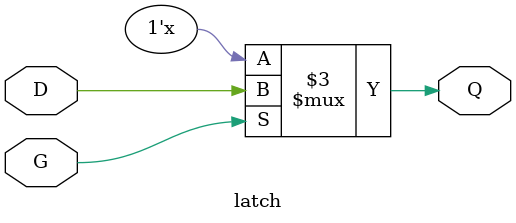
<source format=v>
`default_nettype none

module latch(G,D,Q);
    input G,D;
    output Q;
    reg Q;

    always @ (G or D)
    if(G)
        Q = D;
endmodule
</source>
